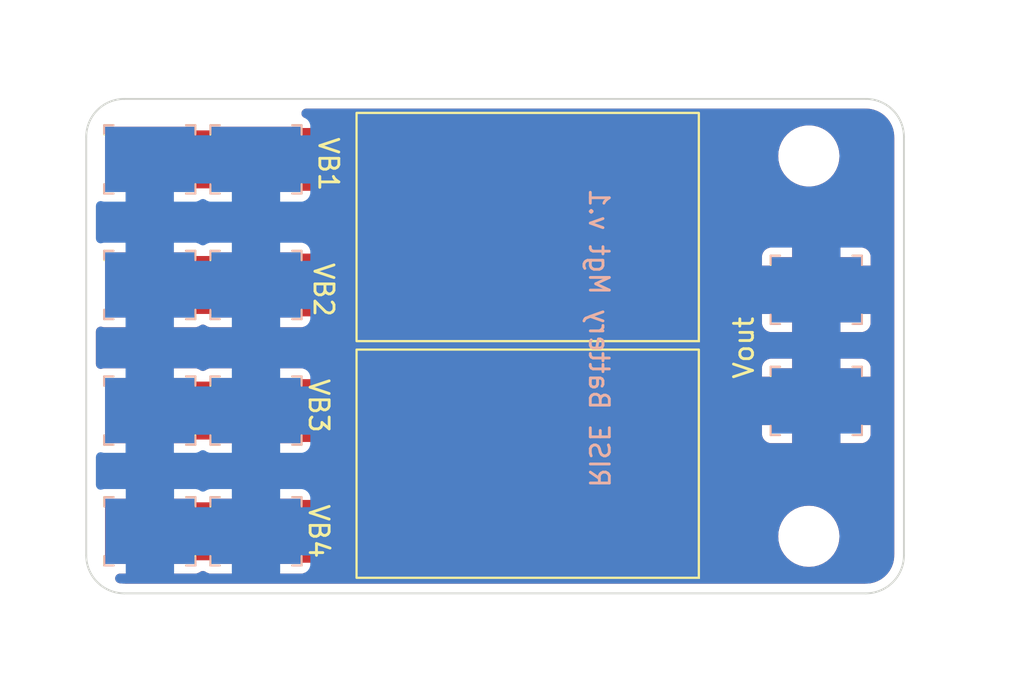
<source format=kicad_pcb>
(kicad_pcb (version 20211014) (generator pcbnew)
  (layers (0 "F.Cu" signal) (31 "B.Cu" signal) (34 "B.Paste" user) (35 "F.Paste" user) (36 "B.SilkS" user "B.Silkscreen") (37 "F.SilkS" user "F.Silkscreen") (38 "B.Mask" user) (39 "F.Mask" user) (44 "Edge.Cuts" user))
  (net 0 "")
  (net 1 "VB1")
  (net 2 "VB2")
  (net 3 "VB")
  (net 4 "VB3")
  (net 5 "VB4")
  (net 6 "GND")
  (footprint "digikey-footprints:Test_Point_3.43x1.78mm" (layer "F.Cu") (at 53.34 49.784)
    (fp_text reference "TP7" hide)
    (fp_text value "5016")
    (fp_line (start -2.4 -1.8) (end -2.4 -1.3) (layer "F.SilkS") (width 0.1))
    (fp_line (start 1.9 1.8) (end 2.4 1.8) (layer "F.SilkS") (width 0.1))
    (fp_line (start 2.4 -1.8) (end 1.9 -1.8) (layer "F.SilkS") (width 0.1))
    (fp_line (start 2.4 -1.8) (end 2.4 -1.35) (layer "F.SilkS") (width 0.1))
    (fp_line (start -2.4 1.8) (end -2.4 1.3) (layer "F.SilkS") (width 0.1))
    (fp_line (start 2.4 1.8) (end 2.4 1.3) (layer "F.SilkS") (width 0.1))
    (fp_line (start -2.4 1.8) (end -1.9 1.8) (layer "F.SilkS") (width 0.1))
    (fp_line (start -2.4 -1.8) (end -1.9 -1.8) (layer "F.SilkS") (width 0.1))
    (pad "1" smd rect locked (at 0 0) (size 4.7 3.43) (layers "F.Cu" "F.Paste" "F.Mask") (net 2 "VB2"))
  )
  (footprint "digikey-footprints:Test_Point_3.43x1.78mm" (layer "F.Cu") (at 58.928 49.784 180)
    (fp_text reference "TP8" hide)
    (fp_text value "5016")
    (fp_line (start 2.4 -1.8) (end 1.9 -1.8) (layer "F.SilkS") (width 0.1))
    (fp_line (start 1.9 1.8) (end 2.4 1.8) (layer "F.SilkS") (width 0.1))
    (fp_line (start -2.4 -1.8) (end -1.9 -1.8) (layer "F.SilkS") (width 0.1))
    (fp_line (start -2.4 -1.8) (end -2.4 -1.3) (layer "F.SilkS") (width 0.1))
    (fp_line (start -2.4 1.8) (end -1.9 1.8) (layer "F.SilkS") (width 0.1))
    (fp_line (start 2.4 1.8) (end 2.4 1.3) (layer "F.SilkS") (width 0.1))
    (fp_line (start -2.4 1.8) (end -2.4 1.3) (layer "F.SilkS") (width 0.1))
    (fp_line (start 2.4 -1.8) (end 2.4 -1.35) (layer "F.SilkS") (width 0.1))
    (pad "1" smd rect locked (at 0 0 180) (size 4.7 3.43) (layers "F.Cu" "F.Paste" "F.Mask") (net 2 "VB2"))
  )
  (footprint "digikey-footprints:Test_Point_3.43x1.78mm" (layer "F.Cu") (at 53.34 62.738)
    (fp_text reference "TP16" hide)
    (fp_text value "5016")
    (fp_line (start 2.4 1.8) (end 2.4 1.3) (layer "F.SilkS") (width 0.1))
    (fp_line (start 2.4 -1.8) (end 1.9 -1.8) (layer "F.SilkS") (width 0.1))
    (fp_line (start -2.4 1.8) (end -2.4 1.3) (layer "F.SilkS") (width 0.1))
    (fp_line (start 2.4 -1.8) (end 2.4 -1.35) (layer "F.SilkS") (width 0.1))
    (fp_line (start -2.4 -1.8) (end -1.9 -1.8) (layer "F.SilkS") (width 0.1))
    (fp_line (start -2.4 -1.8) (end -2.4 -1.3) (layer "F.SilkS") (width 0.1))
    (fp_line (start 1.9 1.8) (end 2.4 1.8) (layer "F.SilkS") (width 0.1))
    (fp_line (start -2.4 1.8) (end -1.9 1.8) (layer "F.SilkS") (width 0.1))
    (pad "1" smd rect locked (at 0 0) (size 4.7 3.43) (layers "F.Cu" "F.Paste" "F.Mask") (net 5 "VB4"))
  )
  (footprint "digikey-footprints:Test_Point_3.43x1.78mm" (layer "F.Cu") (at 53.34 43.18)
    (fp_text reference "TP4" hide)
    (fp_text value "5016")
    (fp_line (start -2.4 -1.8) (end -2.4 -1.3) (layer "F.SilkS") (width 0.1))
    (fp_line (start 2.4 -1.8) (end 2.4 -1.35) (layer "F.SilkS") (width 0.1))
    (fp_line (start 2.4 -1.8) (end 1.9 -1.8) (layer "F.SilkS") (width 0.1))
    (fp_line (start -2.4 -1.8) (end -1.9 -1.8) (layer "F.SilkS") (width 0.1))
    (fp_line (start -2.4 1.8) (end -1.9 1.8) (layer "F.SilkS") (width 0.1))
    (fp_line (start 1.9 1.8) (end 2.4 1.8) (layer "F.SilkS") (width 0.1))
    (fp_line (start 2.4 1.8) (end 2.4 1.3) (layer "F.SilkS") (width 0.1))
    (fp_line (start -2.4 1.8) (end -2.4 1.3) (layer "F.SilkS") (width 0.1))
    (pad "1" smd rect locked (at 0 0) (size 4.7 3.43) (layers "F.Cu" "F.Paste" "F.Mask") (net 1 "VB1"))
  )
  (footprint "digikey-footprints:Test_Point_3.43x1.78mm" (layer "F.Cu") (at 88.392 50.038 180)
    (fp_text reference "TP17" hide)
    (fp_text value "5016")
    (fp_line (start 2.4 1.8) (end 2.4 1.3) (layer "F.SilkS") (width 0.1))
    (fp_line (start 2.4 -1.8) (end 2.4 -1.35) (layer "F.SilkS") (width 0.1))
    (fp_line (start -2.4 1.8) (end -1.9 1.8) (layer "F.SilkS") (width 0.1))
    (fp_line (start 1.9 1.8) (end 2.4 1.8) (layer "F.SilkS") (width 0.1))
    (fp_line (start 2.4 -1.8) (end 1.9 -1.8) (layer "F.SilkS") (width 0.1))
    (fp_line (start -2.4 -1.8) (end -2.4 -1.3) (layer "F.SilkS") (width 0.1))
    (fp_line (start -2.4 1.8) (end -2.4 1.3) (layer "F.SilkS") (width 0.1))
    (fp_line (start -2.4 -1.8) (end -1.9 -1.8) (layer "F.SilkS") (width 0.1))
    (pad "1" smd rect locked (at 0 0 180) (size 4.7 3.43) (layers "F.Cu" "F.Paste" "F.Mask") (net 3 "VB"))
  )
  (footprint "Diode_SMD:STPS41L60CG-TR" (layer "F.Cu") (at 77.216 46.736 180)
    (fp_text reference "D1" hide)
    (fp_text value "STPS41L60CG-TR")
    (fp_rect (start -5 -6) (end 13 6) (layer "F.SilkS") (width 0.12) (fill none))
    (pad "1" smd rect (at 10.6 -2.54 180) (size 3.7 1.3) (layers "F.Cu" "F.Paste" "F.Mask") (net 2 "VB2"))
    (pad "2" smd rect (at 10.6 2.54 180) (size 3.7 1.3) (layers "F.Cu" "F.Paste" "F.Mask") (net 1 "VB1"))
    (pad "3" smd rect (at 0 0 180) (size 8.9 10.3) (layers "F.Cu" "F.Paste" "F.Mask") (net 3 "VB"))
    (pad "4" smd rect (at 10.6 0 180) (size 3.7 1.3) (layers "F.Cu" "F.Paste" "F.Mask"))
  )
  (footprint "Diode_SMD:STPS41L60CG-TR" (layer "F.Cu") (at 77.216 59.182 180)
    (fp_text reference "D2" hide)
    (fp_text value "STPS41L60CG-TR")
    (fp_rect (start -5 -6) (end 13 6) (layer "F.SilkS") (width 0.12) (fill none))
    (pad "1" smd rect (at 10.6 -2.54 180) (size 3.7 1.3) (layers "F.Cu" "F.Paste" "F.Mask") (net 5 "VB4"))
    (pad "2" smd rect (at 10.6 2.54 180) (size 3.7 1.3) (layers "F.Cu" "F.Paste" "F.Mask") (net 4 "VB3"))
    (pad "3" smd rect (at 0 0 180) (size 8.9 10.3) (layers "F.Cu" "F.Paste" "F.Mask") (net 3 "VB"))
    (pad "4" smd rect (at 10.6 0 180) (size 3.7 1.3) (layers "F.Cu" "F.Paste" "F.Mask"))
  )
  (footprint "digikey-footprints:Test_Point_3.43x1.78mm" (layer "F.Cu") (at 58.928 62.738)
    (fp_text reference "TP15" hide)
    (fp_text value "5016")
    (fp_line (start -2.4 1.8) (end -1.9 1.8) (layer "F.SilkS") (width 0.1))
    (fp_line (start 2.4 -1.8) (end 2.4 -1.35) (layer "F.SilkS") (width 0.1))
    (fp_line (start -2.4 -1.8) (end -1.9 -1.8) (layer "F.SilkS") (width 0.1))
    (fp_line (start -2.4 1.8) (end -2.4 1.3) (layer "F.SilkS") (width 0.1))
    (fp_line (start -2.4 -1.8) (end -2.4 -1.3) (layer "F.SilkS") (width 0.1))
    (fp_line (start 1.9 1.8) (end 2.4 1.8) (layer "F.SilkS") (width 0.1))
    (fp_line (start 2.4 1.8) (end 2.4 1.3) (layer "F.SilkS") (width 0.1))
    (fp_line (start 2.4 -1.8) (end 1.9 -1.8) (layer "F.SilkS") (width 0.1))
    (pad "1" smd rect locked (at 0 0) (size 4.7 3.43) (layers "F.Cu" "F.Paste" "F.Mask") (net 5 "VB4"))
  )
  (footprint "digikey-footprints:Test_Point_3.43x1.78mm" (layer "F.Cu") (at 58.928 43.18 180)
    (fp_text reference "TP3" hide)
    (fp_text value "5016")
    (fp_line (start -2.4 1.8) (end -1.9 1.8) (layer "F.SilkS") (width 0.1))
    (fp_line (start 2.4 1.8) (end 2.4 1.3) (layer "F.SilkS") (width 0.1))
    (fp_line (start -2.4 1.8) (end -2.4 1.3) (layer "F.SilkS") (width 0.1))
    (fp_line (start 2.4 -1.8) (end 2.4 -1.35) (layer "F.SilkS") (width 0.1))
    (fp_line (start -2.4 -1.8) (end -1.9 -1.8) (layer "F.SilkS") (width 0.1))
    (fp_line (start 2.4 -1.8) (end 1.9 -1.8) (layer "F.SilkS") (width 0.1))
    (fp_line (start 1.9 1.8) (end 2.4 1.8) (layer "F.SilkS") (width 0.1))
    (fp_line (start -2.4 -1.8) (end -2.4 -1.3) (layer "F.SilkS") (width 0.1))
    (pad "1" smd rect locked (at 0 0 180) (size 4.7 3.43) (layers "F.Cu" "F.Paste" "F.Mask") (net 1 "VB1"))
  )
  (footprint "digikey-footprints:Test_Point_3.43x1.78mm" (layer "F.Cu") (at 53.34 56.388)
    (fp_text reference "TP12" hide)
    (fp_text value "5016")
    (fp_line (start -2.4 1.8) (end -2.4 1.3) (layer "F.SilkS") (width 0.1))
    (fp_line (start -2.4 1.8) (end -1.9 1.8) (layer "F.SilkS") (width 0.1))
    (fp_line (start -2.4 -1.8) (end -1.9 -1.8) (layer "F.SilkS") (width 0.1))
    (fp_line (start 2.4 -1.8) (end 2.4 -1.35) (layer "F.SilkS") (width 0.1))
    (fp_line (start 2.4 1.8) (end 2.4 1.3) (layer "F.SilkS") (width 0.1))
    (fp_line (start 2.4 -1.8) (end 1.9 -1.8) (layer "F.SilkS") (width 0.1))
    (fp_line (start -2.4 -1.8) (end -2.4 -1.3) (layer "F.SilkS") (width 0.1))
    (fp_line (start 1.9 1.8) (end 2.4 1.8) (layer "F.SilkS") (width 0.1))
    (pad "1" smd rect locked (at 0 0) (size 4.7 3.43) (layers "F.Cu" "F.Paste" "F.Mask") (net 4 "VB3"))
  )
  (footprint "digikey-footprints:Test_Point_3.43x1.78mm" (layer "F.Cu") (at 58.928 56.388)
    (fp_text reference "TP11" hide)
    (fp_text value "5016")
    (fp_line (start -2.4 1.8) (end -1.9 1.8) (layer "F.SilkS") (width 0.1))
    (fp_line (start 2.4 -1.8) (end 2.4 -1.35) (layer "F.SilkS") (width 0.1))
    (fp_line (start -2.4 -1.8) (end -1.9 -1.8) (layer "F.SilkS") (width 0.1))
    (fp_line (start -2.4 -1.8) (end -2.4 -1.3) (layer "F.SilkS") (width 0.1))
    (fp_line (start 1.9 1.8) (end 2.4 1.8) (layer "F.SilkS") (width 0.1))
    (fp_line (start -2.4 1.8) (end -2.4 1.3) (layer "F.SilkS") (width 0.1))
    (fp_line (start 2.4 1.8) (end 2.4 1.3) (layer "F.SilkS") (width 0.1))
    (fp_line (start 2.4 -1.8) (end 1.9 -1.8) (layer "F.SilkS") (width 0.1))
    (pad "1" smd rect locked (at 0 0) (size 4.7 3.43) (layers "F.Cu" "F.Paste" "F.Mask") (net 4 "VB3"))
  )
  (footprint "digikey-footprints:Test_Point_3.43x1.78mm" (layer "F.Cu") (at 88.392 55.88 180)
    (fp_text reference "TP18" hide)
    (fp_text value "5016")
    (fp_line (start 1.9 1.8) (end 2.4 1.8) (layer "F.SilkS") (width 0.1))
    (fp_line (start -2.4 1.8) (end -2.4 1.3) (layer "F.SilkS") (width 0.1))
    (fp_line (start -2.4 1.8) (end -1.9 1.8) (layer "F.SilkS") (width 0.1))
    (fp_line (start 2.4 1.8) (end 2.4 1.3) (layer "F.SilkS") (width 0.1))
    (fp_line (start -2.4 -1.8) (end -2.4 -1.3) (layer "F.SilkS") (width 0.1))
    (fp_line (start 2.4 -1.8) (end 1.9 -1.8) (layer "F.SilkS") (width 0.1))
    (fp_line (start 2.4 -1.8) (end 2.4 -1.35) (layer "F.SilkS") (width 0.1))
    (fp_line (start -2.4 -1.8) (end -1.9 -1.8) (layer "F.SilkS") (width 0.1))
    (pad "1" smd rect locked (at 0 0 180) (size 4.7 3.43) (layers "F.Cu" "F.Paste" "F.Mask") (net 3 "VB"))
  )
  (footprint "MountingHole:MountingHole_2.2mm_M2" (layer "F.Cu") (at 88 43)
    (fp_text reference "H3" hide)
    (fp_text value "MountingHole")
    (pad "" np_thru_hole circle (at 0 0) (size 2.2 2.2) (drill 2.2) (layers *.Cu *.Mask))
  )
  (footprint "MountingHole:MountingHole_2.2mm_M2" (layer "F.Cu") (at 88 63)
    (fp_text reference "H4" hide)
    (fp_text value "MountingHole")
    (pad "" np_thru_hole circle (at 0 0) (size 2.2 2.2) (drill 2.2) (layers *.Cu *.Mask))
  )
  (footprint "digikey-footprints:Test_Point_3.43x1.78mm" (layer "B.Cu") (at 58.928 62.738 180)
    (fp_text reference "TP9" hide)
    (fp_text value "5016")
    (fp_line (start 2.4 1.8) (end 2.4 1.35) (layer "B.SilkS") (width 0.1))
    (fp_line (start 1.9 -1.8) (end 2.4 -1.8) (layer "B.SilkS") (width 0.1))
    (fp_line (start -2.4 1.8) (end -2.4 1.3) (layer "B.SilkS") (width 0.1))
    (fp_line (start -2.4 1.8) (end -1.9 1.8) (layer "B.SilkS") (width 0.1))
    (fp_line (start 2.4 -1.8) (end 2.4 -1.3) (layer "B.SilkS") (width 0.1))
    (fp_line (start 2.4 1.8) (end 1.9 1.8) (layer "B.SilkS") (width 0.1))
    (fp_line (start -2.4 -1.8) (end -2.4 -1.3) (layer "B.SilkS") (width 0.1))
    (fp_line (start -2.4 -1.8) (end -1.9 -1.8) (layer "B.SilkS") (width 0.1))
    (pad "1" smd rect locked (at 0 0 180) (size 4.7 3.43) (layers "B.Cu" "B.Paste" "B.Mask") (net 6 "GND"))
  )
  (footprint "digikey-footprints:Test_Point_3.43x1.78mm" (layer "B.Cu") (at 53.34 43.18 180)
    (fp_text reference "TP5" hide)
    (fp_text value "5016")
    (fp_line (start 1.9 -1.8) (end 2.4 -1.8) (layer "B.SilkS") (width 0.1))
    (fp_line (start -2.4 1.8) (end -2.4 1.3) (layer "B.SilkS") (width 0.1))
    (fp_line (start -2.4 1.8) (end -1.9 1.8) (layer "B.SilkS") (width 0.1))
    (fp_line (start 2.4 -1.8) (end 2.4 -1.3) (layer "B.SilkS") (width 0.1))
    (fp_line (start -2.4 -1.8) (end -1.9 -1.8) (layer "B.SilkS") (width 0.1))
    (fp_line (start 2.4 1.8) (end 1.9 1.8) (layer "B.SilkS") (width 0.1))
    (fp_line (start 2.4 1.8) (end 2.4 1.35) (layer "B.SilkS") (width 0.1))
    (fp_line (start -2.4 -1.8) (end -2.4 -1.3) (layer "B.SilkS") (width 0.1))
    (pad "1" smd rect locked (at 0 0 180) (size 4.7 3.43) (layers "B.Cu" "B.Paste" "B.Mask") (net 6 "GND"))
  )
  (footprint "digikey-footprints:Test_Point_3.43x1.78mm" (layer "B.Cu") (at 88.392 55.88 180)
    (fp_text reference "TP20" hide)
    (fp_text value "5016")
    (fp_line (start -2.4 1.8) (end -2.4 1.3) (layer "B.SilkS") (width 0.1))
    (fp_line (start -2.4 1.8) (end -1.9 1.8) (layer "B.SilkS") (width 0.1))
    (fp_line (start 1.9 -1.8) (end 2.4 -1.8) (layer "B.SilkS") (width 0.1))
    (fp_line (start 2.4 -1.8) (end 2.4 -1.3) (layer "B.SilkS") (width 0.1))
    (fp_line (start -2.4 -1.8) (end -1.9 -1.8) (layer "B.SilkS") (width 0.1))
    (fp_line (start 2.4 1.8) (end 1.9 1.8) (layer "B.SilkS") (width 0.1))
    (fp_line (start -2.4 -1.8) (end -2.4 -1.3) (layer "B.SilkS") (width 0.1))
    (fp_line (start 2.4 1.8) (end 2.4 1.35) (layer "B.SilkS") (width 0.1))
    (pad "1" smd rect locked (at 0 0 180) (size 4.7 3.43) (layers "B.Cu" "B.Paste" "B.Mask") (net 6 "GND"))
  )
  (footprint "digikey-footprints:Test_Point_3.43x1.78mm" (layer "B.Cu") (at 53.3494 62.738)
    (fp_text reference "TP1" hide)
    (fp_text value "5016")
    (fp_line (start -2.4 -1.8) (end -2.4 -1.3) (layer "B.SilkS") (width 0.1))
    (fp_line (start 2.4 1.8) (end 2.4 1.35) (layer "B.SilkS") (width 0.1))
    (fp_line (start -2.4 1.8) (end -1.9 1.8) (layer "B.SilkS") (width 0.1))
    (fp_line (start 2.4 -1.8) (end 2.4 -1.3) (layer "B.SilkS") (width 0.1))
    (fp_line (start -2.4 1.8) (end -2.4 1.3) (layer "B.SilkS") (width 0.1))
    (fp_line (start 2.4 1.8) (end 1.9 1.8) (layer "B.SilkS") (width 0.1))
    (fp_line (start 1.9 -1.8) (end 2.4 -1.8) (layer "B.SilkS") (width 0.1))
    (fp_line (start -2.4 -1.8) (end -1.9 -1.8) (layer "B.SilkS") (width 0.1))
    (pad "1" smd rect locked (at 0 0) (size 4.7 3.43) (layers "B.Cu" "B.Paste" "B.Mask") (net 6 "GND"))
  )
  (footprint "digikey-footprints:Test_Point_3.43x1.78mm" (layer "B.Cu") (at 53.34 56.388)
    (fp_text reference "TP2" hide)
    (fp_text value "5016")
    (fp_line (start -2.4 -1.8) (end -1.9 -1.8) (layer "B.SilkS") (width 0.1))
    (fp_line (start -2.4 -1.8) (end -2.4 -1.3) (layer "B.SilkS") (width 0.1))
    (fp_line (start -2.4 1.8) (end -2.4 1.3) (layer "B.SilkS") (width 0.1))
    (fp_line (start 2.4 1.8) (end 1.9 1.8) (layer "B.SilkS") (width 0.1))
    (fp_line (start 1.9 -1.8) (end 2.4 -1.8) (layer "B.SilkS") (width 0.1))
    (fp_line (start 2.4 -1.8) (end 2.4 -1.3) (layer "B.SilkS") (width 0.1))
    (fp_line (start -2.4 1.8) (end -1.9 1.8) (layer "B.SilkS") (width 0.1))
    (fp_line (start 2.4 1.8) (end 2.4 1.35) (layer "B.SilkS") (width 0.1))
    (pad "1" smd rect locked (at 0 0) (size 4.7 3.43) (layers "B.Cu" "B.Paste" "B.Mask") (net 6 "GND"))
  )
  (footprint "digikey-footprints:Test_Point_3.43x1.78mm" (layer "B.Cu") (at 88.392 50.038 180)
    (fp_text reference "TP19" hide)
    (fp_text value "5016")
    (fp_line (start -2.4 -1.8) (end -1.9 -1.8) (layer "B.SilkS") (width 0.1))
    (fp_line (start 2.4 -1.8) (end 2.4 -1.3) (layer "B.SilkS") (width 0.1))
    (fp_line (start -2.4 1.8) (end -2.4 1.3) (layer "B.SilkS") (width 0.1))
    (fp_line (start 1.9 -1.8) (end 2.4 -1.8) (layer "B.SilkS") (width 0.1))
    (fp_line (start 2.4 1.8) (end 1.9 1.8) (layer "B.SilkS") (width 0.1))
    (fp_line (start -2.4 1.8) (end -1.9 1.8) (layer "B.SilkS") (width 0.1))
    (fp_line (start -2.4 -1.8) (end -2.4 -1.3) (layer "B.SilkS") (width 0.1))
    (fp_line (start 2.4 1.8) (end 2.4 1.35) (layer "B.SilkS") (width 0.1))
    (pad "1" smd rect locked (at 0 0 180) (size 4.7 3.43) (layers "B.Cu" "B.Paste" "B.Mask") (net 6 "GND"))
  )
  (footprint "digikey-footprints:Test_Point_3.43x1.78mm" (layer "B.Cu") (at 58.928 56.388 180)
    (fp_text reference "TP10" hide)
    (fp_text value "5016")
    (fp_line (start -2.4 1.8) (end -2.4 1.3) (layer "B.SilkS") (width 0.1))
    (fp_line (start 2.4 1.8) (end 1.9 1.8) (layer "B.SilkS") (width 0.1))
    (fp_line (start 1.9 -1.8) (end 2.4 -1.8) (layer "B.SilkS") (width 0.1))
    (fp_line (start 2.4 1.8) (end 2.4 1.35) (layer "B.SilkS") (width 0.1))
    (fp_line (start 2.4 -1.8) (end 2.4 -1.3) (layer "B.SilkS") (width 0.1))
    (fp_line (start -2.4 -1.8) (end -2.4 -1.3) (layer "B.SilkS") (width 0.1))
    (fp_line (start -2.4 -1.8) (end -1.9 -1.8) (layer "B.SilkS") (width 0.1))
    (fp_line (start -2.4 1.8) (end -1.9 1.8) (layer "B.SilkS") (width 0.1))
    (pad "1" smd rect locked (at 0 0 180) (size 4.7 3.43) (layers "B.Cu" "B.Paste" "B.Mask") (net 6 "GND"))
  )
  (footprint "digikey-footprints:Test_Point_3.43x1.78mm" (layer "B.Cu") (at 58.928 43.18 180)
    (fp_text reference "TP14" hide)
    (fp_text value "5016")
    (fp_line (start -2.4 1.8) (end -1.9 1.8) (layer "B.SilkS") (width 0.1))
    (fp_line (start -2.4 -1.8) (end -2.4 -1.3) (layer "B.SilkS") (width 0.1))
    (fp_line (start 2.4 -1.8) (end 2.4 -1.3) (layer "B.SilkS") (width 0.1))
    (fp_line (start 2.4 1.8) (end 2.4 1.35) (layer "B.SilkS") (width 0.1))
    (fp_line (start 2.4 1.8) (end 1.9 1.8) (layer "B.SilkS") (width 0.1))
    (fp_line (start -2.4 -1.8) (end -1.9 -1.8) (layer "B.SilkS") (width 0.1))
    (fp_line (start -2.4 1.8) (end -2.4 1.3) (layer "B.SilkS") (width 0.1))
    (fp_line (start 1.9 -1.8) (end 2.4 -1.8) (layer "B.SilkS") (width 0.1))
    (pad "1" smd rect locked (at 0 0 180) (size 4.7 3.43) (layers "B.Cu" "B.Paste" "B.Mask") (net 6 "GND"))
  )
  (footprint "digikey-footprints:Test_Point_3.43x1.78mm" (layer "B.Cu") (at 53.34 49.784 180)
    (fp_text reference "TP6" hide)
    (fp_text value "5016")
    (fp_line (start -2.4 -1.8) (end -1.9 -1.8) (layer "B.SilkS") (width 0.1))
    (fp_line (start 2.4 -1.8) (end 2.4 -1.3) (layer "B.SilkS") (width 0.1))
    (fp_line (start -2.4 1.8) (end -1.9 1.8) (layer "B.SilkS") (width 0.1))
    (fp_line (start -2.4 1.8) (end -2.4 1.3) (layer "B.SilkS") (width 0.1))
    (fp_line (start 2.4 1.8) (end 1.9 1.8) (layer "B.SilkS") (width 0.1))
    (fp_line (start -2.4 -1.8) (end -2.4 -1.3) (layer "B.SilkS") (width 0.1))
    (fp_line (start 2.4 1.8) (end 2.4 1.35) (layer "B.SilkS") (width 0.1))
    (fp_line (start 1.9 -1.8) (end 2.4 -1.8) (layer "B.SilkS") (width 0.1))
    (pad "1" smd rect locked (at 0 0 180) (size 4.7 3.43) (layers "B.Cu" "B.Paste" "B.Mask") (net 6 "GND"))
  )
  (footprint "digikey-footprints:Test_Point_3.43x1.78mm" (layer "B.Cu") (at 58.928 49.784 180)
    (fp_text reference "TP13" hide)
    (fp_text value "5016")
    (fp_line (start -2.4 1.8) (end -1.9 1.8) (layer "B.SilkS") (width 0.1))
    (fp_line (start 2.4 -1.8) (end 2.4 -1.3) (layer "B.SilkS") (width 0.1))
    (fp_line (start 2.4 1.8) (end 2.4 1.35) (layer "B.SilkS") (width 0.1))
    (fp_line (start -2.4 1.8) (end -2.4 1.3) (layer "B.SilkS") (width 0.1))
    (fp_line (start -2.4 -1.8) (end -1.9 -1.8) (layer "B.SilkS") (width 0.1))
    (fp_line (start -2.4 -1.8) (end -2.4 -1.3) (layer "B.SilkS") (width 0.1))
    (fp_line (start 1.9 -1.8) (end 2.4 -1.8) (layer "B.SilkS") (width 0.1))
    (fp_line (start 2.4 1.8) (end 1.9 1.8) (layer "B.SilkS") (width 0.1))
    (pad "1" smd rect locked (at 0 0 180) (size 4.7 3.43) (layers "B.Cu" "B.Paste" "B.Mask") (net 6 "GND"))
  )
  (gr_line (start 50 64) (end 50 42) (layer "Edge.Cuts") (width 0.1))
  (gr_arc (start 91 40) (mid 92.414214 40.585786) (end 93 42) (layer "Edge.Cuts") (width 0.1))
  (gr_line (start 52 40) (end 91 40) (layer "Edge.Cuts") (width 0.1))
  (gr_arc (start 50 42) (mid 50.585786 40.585786) (end 52 40) (layer "Edge.Cuts") (width 0.1))
  (gr_arc (start 52 66) (mid 50.585786 65.414214) (end 50 64) (layer "Edge.Cuts") (width 0.1))
  (gr_line (start 93 42) (end 93 64) (layer "Edge.Cuts") (width 0.1))
  (gr_line (start 52 66) (end 91 66) (layer "Edge.Cuts") (width 0.1))
  (gr_arc (start 93 64) (mid 92.414214 65.414214) (end 91 66) (layer "Edge.Cuts") (width 0.1))
  (gr_text "RISE Battery Mgt v.1\n" (at 76.962 52.578 270) (layer "B.SilkS") (effects (font (size 1 1)) (justify mirror)))
  (gr_text "VB3" (at 62.23 56.134 270) (layer "F.SilkS") (effects (font (size 1 1))))
  (gr_text "VB2" (at 62.484 50.038 270) (layer "F.SilkS") (effects (font (size 1 1))))
  (gr_text "VB1" (at 62.738 43.434 270) (layer "F.SilkS") (effects (font (size 1 1))))
  (gr_text "Vout" (at 84.582 53.086 90) (layer "F.SilkS") (effects (font (size 1 1))))
  (gr_text "VB4" (at 62.23 62.738 270) (layer "F.SilkS") (effects (font (size 1 1))))
  (segment (start 58.928 43.18) (end 66.107996 43.18) (width 3.302) (layer "F.Cu") (net 1))
  (segment (start 53.34 43.18) (end 58.928 43.18) (width 3.048) (layer "F.Cu") (net 1))
  (segment (start 53.34 49.784) (end 58.928 49.784) (width 3.048) (layer "F.Cu") (net 2))
  (segment (start 58.928 49.784) (end 66.107996 49.784) (width 3.302) (layer "F.Cu") (net 2))
  (segment (start 58.928 56.388) (end 66.361996 56.388) (width 3.302) (layer "F.Cu") (net 4))
  (segment (start 53.34 56.388) (end 58.928 56.388) (width 3.048) (layer "F.Cu") (net 4))
  (segment (start 58.928 62.738) (end 65.345996 62.738) (width 3.302) (layer "F.Cu") (net 5))
  (segment (start 53.34 62.738) (end 58.928 62.738) (width 3.048) (layer "F.Cu") (net 5))
  (zone (net 3) (net_name "VB") (layer "F.Cu") (connect_pads (clearance 0.508)) (min_thickness 0.508) (fill yes (thermal_gap 0.508) (thermal_bridge_width 2.54))
    (polygon (pts (xy 96.012 68.072) (xy 47.498 69.342) (xy 48.26 36.322) (xy 95.758 36.322)))
  )
  (zone (net 6) (net_name "GND") (layer "B.Cu") (connect_pads (clearance 0.508)) (min_thickness 0.508) (fill yes (thermal_gap 0.508) (thermal_bridge_width 2.54))
    (polygon (pts (xy 99.314 70.104) (xy 45.466 70.358) (xy 45.466 35.56) (xy 98.552 34.798)))
  )
)
</source>
